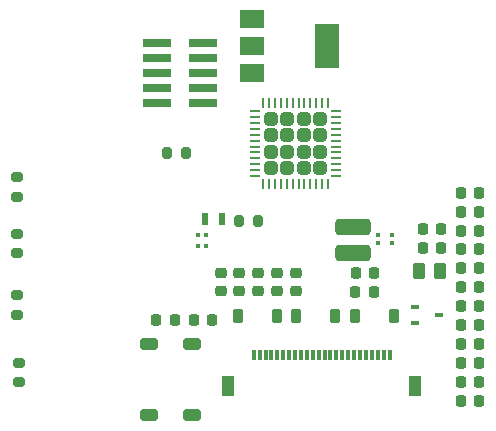
<source format=gbr>
%TF.GenerationSoftware,KiCad,Pcbnew,7.0.8*%
%TF.CreationDate,2023-11-29T21:04:09-06:00*%
%TF.ProjectId,Clock1_v2,436c6f63-6b31-45f7-9632-2e6b69636164,rev?*%
%TF.SameCoordinates,Original*%
%TF.FileFunction,Paste,Top*%
%TF.FilePolarity,Positive*%
%FSLAX46Y46*%
G04 Gerber Fmt 4.6, Leading zero omitted, Abs format (unit mm)*
G04 Created by KiCad (PCBNEW 7.0.8) date 2023-11-29 21:04:09*
%MOMM*%
%LPD*%
G01*
G04 APERTURE LIST*
G04 Aperture macros list*
%AMRoundRect*
0 Rectangle with rounded corners*
0 $1 Rounding radius*
0 $2 $3 $4 $5 $6 $7 $8 $9 X,Y pos of 4 corners*
0 Add a 4 corners polygon primitive as box body*
4,1,4,$2,$3,$4,$5,$6,$7,$8,$9,$2,$3,0*
0 Add four circle primitives for the rounded corners*
1,1,$1+$1,$2,$3*
1,1,$1+$1,$4,$5*
1,1,$1+$1,$6,$7*
1,1,$1+$1,$8,$9*
0 Add four rect primitives between the rounded corners*
20,1,$1+$1,$2,$3,$4,$5,0*
20,1,$1+$1,$4,$5,$6,$7,0*
20,1,$1+$1,$6,$7,$8,$9,0*
20,1,$1+$1,$8,$9,$2,$3,0*%
G04 Aperture macros list end*
%ADD10R,2.400000X0.740000*%
%ADD11R,0.300000X0.900000*%
%ADD12R,1.100000X1.800000*%
%ADD13RoundRect,0.225000X-0.225000X-0.250000X0.225000X-0.250000X0.225000X0.250000X-0.225000X0.250000X0*%
%ADD14RoundRect,0.225000X-0.250000X0.225000X-0.250000X-0.225000X0.250000X-0.225000X0.250000X0.225000X0*%
%ADD15RoundRect,0.225000X0.225000X0.375000X-0.225000X0.375000X-0.225000X-0.375000X0.225000X-0.375000X0*%
%ADD16RoundRect,0.079500X-0.100500X0.079500X-0.100500X-0.079500X0.100500X-0.079500X0.100500X0.079500X0*%
%ADD17RoundRect,0.200000X-0.200000X-0.275000X0.200000X-0.275000X0.200000X0.275000X-0.200000X0.275000X0*%
%ADD18RoundRect,0.250000X0.512000X-0.250000X0.512000X0.250000X-0.512000X0.250000X-0.512000X-0.250000X0*%
%ADD19RoundRect,0.079500X-0.079500X-0.100500X0.079500X-0.100500X0.079500X0.100500X-0.079500X0.100500X0*%
%ADD20RoundRect,0.225000X0.225000X0.250000X-0.225000X0.250000X-0.225000X-0.250000X0.225000X-0.250000X0*%
%ADD21RoundRect,0.350000X1.150000X-0.350000X1.150000X0.350000X-1.150000X0.350000X-1.150000X-0.350000X0*%
%ADD22RoundRect,0.200000X0.275000X-0.200000X0.275000X0.200000X-0.275000X0.200000X-0.275000X-0.200000X0*%
%ADD23R,0.700000X0.450000*%
%ADD24R,0.600000X1.100000*%
%ADD25RoundRect,0.250000X0.315000X-0.315000X0.315000X0.315000X-0.315000X0.315000X-0.315000X-0.315000X0*%
%ADD26RoundRect,0.062500X0.062500X-0.375000X0.062500X0.375000X-0.062500X0.375000X-0.062500X-0.375000X0*%
%ADD27RoundRect,0.062500X0.375000X-0.062500X0.375000X0.062500X-0.375000X0.062500X-0.375000X-0.062500X0*%
%ADD28R,2.000000X1.500000*%
%ADD29R,2.000000X3.800000*%
%ADD30RoundRect,0.250000X0.262500X0.450000X-0.262500X0.450000X-0.262500X-0.450000X0.262500X-0.450000X0*%
%ADD31RoundRect,0.200000X-0.275000X0.200000X-0.275000X-0.200000X0.275000X-0.200000X0.275000X0.200000X0*%
G04 APERTURE END LIST*
D10*
%TO.C,J2*%
X114400000Y-84200000D03*
X118300000Y-84200000D03*
X114400000Y-85470000D03*
X118300000Y-85470000D03*
X114400000Y-86740000D03*
X118300000Y-86740000D03*
X114400000Y-88010000D03*
X118300000Y-88010000D03*
X114400000Y-89280000D03*
X118300000Y-89280000D03*
%TD*%
D11*
%TO.C,U3*%
X122606030Y-110600000D03*
X123106030Y-110600000D03*
X123606030Y-110600000D03*
X124106030Y-110600000D03*
X124606030Y-110600000D03*
X125106030Y-110600000D03*
X125606030Y-110600000D03*
X126106030Y-110600000D03*
X126606030Y-110600000D03*
X127106030Y-110600000D03*
X127606030Y-110600000D03*
X128106030Y-110600000D03*
X128606030Y-110600000D03*
X129106030Y-110600000D03*
X129606030Y-110600000D03*
X130106030Y-110600000D03*
X130606030Y-110600000D03*
X131106030Y-110600000D03*
X131606030Y-110600000D03*
X132106030Y-110600000D03*
X132606030Y-110600000D03*
X133106030Y-110600000D03*
X133606030Y-110600000D03*
X134106030Y-110600000D03*
D12*
X120449731Y-113267624D03*
X136249731Y-113267624D03*
%TD*%
D13*
%TO.C,C19*%
X140125000Y-114500000D03*
X141675000Y-114500000D03*
%TD*%
%TO.C,C14*%
X140125000Y-106500000D03*
X141675000Y-106500000D03*
%TD*%
D14*
%TO.C,C23*%
X126200000Y-103699998D03*
X126200000Y-105249998D03*
%TD*%
D13*
%TO.C,C16*%
X140125000Y-109700000D03*
X141675000Y-109700000D03*
%TD*%
D15*
%TO.C,D3*%
X129500000Y-107299998D03*
X126200000Y-107299998D03*
%TD*%
D16*
%TO.C,C28*%
X134300000Y-100454998D03*
X134300000Y-101144998D03*
%TD*%
D15*
%TO.C,D2*%
X124600000Y-107299998D03*
X121300000Y-107299998D03*
%TD*%
D13*
%TO.C,C17*%
X140125000Y-111300000D03*
X141675000Y-111300000D03*
%TD*%
D14*
%TO.C,C24*%
X123000000Y-103699998D03*
X123000000Y-105249998D03*
%TD*%
D13*
%TO.C,C9*%
X140125000Y-98500000D03*
X141675000Y-98500000D03*
%TD*%
D17*
%TO.C,R2*%
X115250000Y-93500000D03*
X116900000Y-93500000D03*
%TD*%
D18*
%TO.C,SW7*%
X113700000Y-115700000D03*
X113700000Y-109700000D03*
X117400000Y-115700000D03*
X117400000Y-109700000D03*
%TD*%
D19*
%TO.C,C5*%
X117900000Y-101400000D03*
X118590000Y-101400000D03*
%TD*%
D13*
%TO.C,C13*%
X140125000Y-104900000D03*
X141675000Y-104900000D03*
%TD*%
D14*
%TO.C,C22*%
X124600000Y-103699998D03*
X124600000Y-105249998D03*
%TD*%
D13*
%TO.C,C10*%
X140125000Y-100100000D03*
X141675000Y-100100000D03*
%TD*%
%TO.C,C1*%
X136922500Y-100000000D03*
X138472500Y-100000000D03*
%TD*%
%TO.C,C15*%
X140125000Y-108100000D03*
X141675000Y-108100000D03*
%TD*%
%TO.C,C18*%
X140125000Y-112900000D03*
X141675000Y-112900000D03*
%TD*%
%TO.C,C2*%
X136925000Y-101600000D03*
X138475000Y-101600000D03*
%TD*%
D20*
%TO.C,C3*%
X115900000Y-107700000D03*
X114350000Y-107700000D03*
%TD*%
D21*
%TO.C,L1*%
X131019000Y-99799998D03*
X131000000Y-101999998D03*
%TD*%
D22*
%TO.C,R7*%
X102600000Y-107225000D03*
X102600000Y-105575000D03*
%TD*%
D13*
%TO.C,C12*%
X140125000Y-103300000D03*
X141675000Y-103300000D03*
%TD*%
D22*
%TO.C,R6*%
X102600000Y-102000000D03*
X102600000Y-100350000D03*
%TD*%
D13*
%TO.C,C20*%
X131200000Y-105299998D03*
X132750000Y-105299998D03*
%TD*%
D19*
%TO.C,C4*%
X117900000Y-100500000D03*
X118590000Y-100500000D03*
%TD*%
D13*
%TO.C,C21*%
X117525000Y-107699998D03*
X119075000Y-107699998D03*
%TD*%
D22*
%TO.C,R8*%
X102700000Y-112925000D03*
X102700000Y-111275000D03*
%TD*%
D23*
%TO.C,Q1*%
X136300000Y-106600000D03*
X136300000Y-107900000D03*
X138300000Y-107250000D03*
%TD*%
D17*
%TO.C,R1*%
X121350000Y-99300000D03*
X123000000Y-99300000D03*
%TD*%
D15*
%TO.C,D1*%
X134500000Y-107299998D03*
X131200000Y-107299998D03*
%TD*%
D24*
%TO.C,Y1*%
X118500000Y-99100000D03*
X119900000Y-99100000D03*
%TD*%
D13*
%TO.C,C11*%
X140125000Y-101700000D03*
X141675000Y-101700000D03*
%TD*%
D25*
%TO.C,U1*%
X124050000Y-94837500D03*
X125450000Y-94837500D03*
X126850000Y-94837500D03*
X128250000Y-94837500D03*
X124050000Y-93437500D03*
X125450000Y-93437500D03*
X126850000Y-93437500D03*
X128250000Y-93437500D03*
X124050000Y-92037500D03*
X125450000Y-92037500D03*
X126850000Y-92037500D03*
X128250000Y-92037500D03*
X124050000Y-90637500D03*
X125450000Y-90637500D03*
X126850000Y-90637500D03*
X128250000Y-90637500D03*
D26*
X123400000Y-96175000D03*
X123900000Y-96175000D03*
X124400000Y-96175000D03*
X124900000Y-96175000D03*
X125400000Y-96175000D03*
X125900000Y-96175000D03*
X126400000Y-96175000D03*
X126900000Y-96175000D03*
X127400000Y-96175000D03*
X127900000Y-96175000D03*
X128400000Y-96175000D03*
X128900000Y-96175000D03*
D27*
X129587500Y-95487500D03*
X129587500Y-94987500D03*
X129587500Y-94487500D03*
X129587500Y-93987500D03*
X129587500Y-93487500D03*
X129587500Y-92987500D03*
X129587500Y-92487500D03*
X129587500Y-91987500D03*
X129587500Y-91487500D03*
X129587500Y-90987500D03*
X129587500Y-90487500D03*
X129587500Y-89987500D03*
D26*
X128900000Y-89300000D03*
X128400000Y-89300000D03*
X127900000Y-89300000D03*
X127400000Y-89300000D03*
X126900000Y-89300000D03*
X126400000Y-89300000D03*
X125900000Y-89300000D03*
X125400000Y-89300000D03*
X124900000Y-89300000D03*
X124400000Y-89300000D03*
X123900000Y-89300000D03*
X123400000Y-89300000D03*
D27*
X122712500Y-89987500D03*
X122712500Y-90487500D03*
X122712500Y-90987500D03*
X122712500Y-91487500D03*
X122712500Y-91987500D03*
X122712500Y-92487500D03*
X122712500Y-92987500D03*
X122712500Y-93487500D03*
X122712500Y-93987500D03*
X122712500Y-94487500D03*
X122712500Y-94987500D03*
X122712500Y-95487500D03*
%TD*%
D13*
%TO.C,C8*%
X140125000Y-96925000D03*
X141675000Y-96925000D03*
%TD*%
D14*
%TO.C,C26*%
X119800000Y-103699998D03*
X119800000Y-105249998D03*
%TD*%
%TO.C,C25*%
X121400000Y-103699998D03*
X121400000Y-105249998D03*
%TD*%
D28*
%TO.C,U2*%
X122500000Y-82200000D03*
X122500000Y-84500000D03*
X122500000Y-86800000D03*
D29*
X128800000Y-84500000D03*
%TD*%
D30*
%TO.C,R4*%
X138400000Y-103500000D03*
X136575000Y-103500000D03*
%TD*%
D31*
%TO.C,R5*%
X102600000Y-95578000D03*
X102600000Y-97228000D03*
%TD*%
D20*
%TO.C,C27*%
X132800000Y-103699998D03*
X131250000Y-103699998D03*
%TD*%
D16*
%TO.C,C29*%
X133100000Y-100499998D03*
X133100000Y-101189998D03*
%TD*%
M02*

</source>
